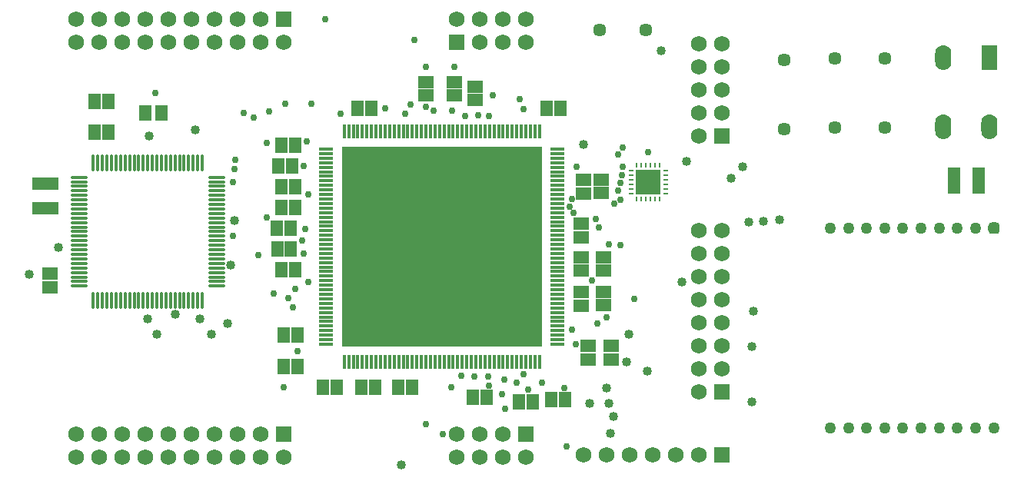
<source format=gbr>
G04 Layer_Color=8388736*
%FSLAX25Y25*%
%MOIN*%
%TF.FileFunction,Soldermask,Top*%
%TF.Part,Single*%
G01*
G75*
%TA.AperFunction,SMDPad,CuDef*%
%ADD12R,0.11024X0.11024*%
%ADD13R,0.02362X0.00984*%
%ADD14R,0.00984X0.02362*%
%TA.AperFunction,ViaPad*%
%ADD32C,0.03000*%
%TA.AperFunction,SMDPad,CuDef*%
%ADD41R,0.05331X0.06512*%
%ADD42R,0.06512X0.05331*%
%ADD43R,0.05724X0.06512*%
%ADD44R,0.05331X0.11236*%
%ADD45R,0.11236X0.05331*%
%ADD46O,0.06109X0.01581*%
%ADD47O,0.01581X0.06109*%
%ADD48R,0.87014X0.87014*%
%ADD49O,0.01581X0.07290*%
%ADD50O,0.07290X0.01581*%
%TA.AperFunction,ComponentPad*%
%ADD51C,0.06906*%
%ADD52R,0.06906X0.06906*%
%ADD53C,0.05724*%
G04:AMPARAMS|DCode=54|XSize=50mil|YSize=50mil|CornerRadius=15mil|HoleSize=0mil|Usage=FLASHONLY|Rotation=270.000|XOffset=0mil|YOffset=0mil|HoleType=Round|Shape=RoundedRectangle|*
%AMROUNDEDRECTD54*
21,1,0.05000,0.02000,0,0,270.0*
21,1,0.02000,0.05000,0,0,270.0*
1,1,0.03000,-0.01000,-0.01000*
1,1,0.03000,-0.01000,0.01000*
1,1,0.03000,0.01000,0.01000*
1,1,0.03000,0.01000,-0.01000*
%
%ADD54ROUNDEDRECTD54*%
%ADD55C,0.05000*%
%ADD56R,0.06906X0.06906*%
%ADD57O,0.07000X0.11000*%
%ADD58R,0.07000X0.11000*%
%TA.AperFunction,ViaPad*%
%ADD59C,0.04000*%
D12*
X274500Y135000D02*
D03*
D13*
X267000Y130000D02*
D03*
X267020Y132047D02*
D03*
Y134016D02*
D03*
Y135984D02*
D03*
Y137953D02*
D03*
Y139921D02*
D03*
X281980D02*
D03*
Y137953D02*
D03*
Y135984D02*
D03*
Y134016D02*
D03*
Y132047D02*
D03*
Y130079D02*
D03*
D14*
X269579Y142480D02*
D03*
X271547D02*
D03*
X273516D02*
D03*
X275484D02*
D03*
X277453D02*
D03*
X279421D02*
D03*
Y127520D02*
D03*
X277453D02*
D03*
X275484D02*
D03*
X273516D02*
D03*
X271547D02*
D03*
X269579D02*
D03*
D32*
X60866Y173500D02*
D03*
X253000Y115328D02*
D03*
X251652Y119000D02*
D03*
X262500Y107500D02*
D03*
X228500Y47953D02*
D03*
X217500Y48000D02*
D03*
X212189Y49250D02*
D03*
X222500Y45000D02*
D03*
X211000Y43000D02*
D03*
X205500Y46500D02*
D03*
X238000Y45500D02*
D03*
X212500Y36500D02*
D03*
X238999Y20466D02*
D03*
X199000Y50500D02*
D03*
X274500Y148000D02*
D03*
X99000Y165000D02*
D03*
X103500Y163000D02*
D03*
X110000Y165516D02*
D03*
X117132Y169132D02*
D03*
X173000Y196500D02*
D03*
X128500Y169000D02*
D03*
X263000Y138000D02*
D03*
X263500Y141500D02*
D03*
X261500Y131217D02*
D03*
X262500Y127279D02*
D03*
X205500Y163500D02*
D03*
X95500Y144500D02*
D03*
X116500Y46000D02*
D03*
X218649Y170982D02*
D03*
X220272Y166500D02*
D03*
X257500Y108000D02*
D03*
X205000Y50500D02*
D03*
X268547Y84163D02*
D03*
X178000Y30000D02*
D03*
X125750Y114750D02*
D03*
X240500Y124250D02*
D03*
X160500Y167000D02*
D03*
X207000Y172500D02*
D03*
X241500Y71000D02*
D03*
X185500Y25500D02*
D03*
X220499Y51500D02*
D03*
X134500Y205500D02*
D03*
X105453Y103453D02*
D03*
X94500Y111500D02*
D03*
X109000Y119703D02*
D03*
X95000Y140500D02*
D03*
X94500Y135000D02*
D03*
X109000Y152000D02*
D03*
X122453Y61500D02*
D03*
X112000Y86500D02*
D03*
X127000Y91750D02*
D03*
X121500Y88500D02*
D03*
X118500Y84500D02*
D03*
X120513Y80500D02*
D03*
X141000Y164563D02*
D03*
X125000Y142000D02*
D03*
X126500Y152500D02*
D03*
X127250Y129638D02*
D03*
X124500Y109563D02*
D03*
X125000Y104000D02*
D03*
X169000Y164500D02*
D03*
X171500Y168500D02*
D03*
X178050Y185000D02*
D03*
X190500D02*
D03*
X178050Y167500D02*
D03*
X181500Y166000D02*
D03*
X195000Y163500D02*
D03*
X189500Y166079D02*
D03*
X200902Y164138D02*
D03*
X189000Y46000D02*
D03*
X193500Y50996D02*
D03*
X243000Y64705D02*
D03*
X252500Y73500D02*
D03*
X256410Y76488D02*
D03*
X250000Y92250D02*
D03*
X263500Y150000D02*
D03*
X261280Y147000D02*
D03*
X262500Y134500D02*
D03*
X259658Y125500D02*
D03*
X242000Y121500D02*
D03*
X243500Y141500D02*
D03*
X241500Y127669D02*
D03*
D41*
X204453Y41500D02*
D03*
X198547D02*
D03*
X224453Y39783D02*
D03*
X218547D02*
D03*
X113547Y115000D02*
D03*
X119453D02*
D03*
X166047Y46000D02*
D03*
X171953D02*
D03*
X150047D02*
D03*
X155953D02*
D03*
X133547D02*
D03*
X139453D02*
D03*
X116547Y68500D02*
D03*
X122453D02*
D03*
X116547Y55000D02*
D03*
X122453D02*
D03*
X148547Y167000D02*
D03*
X154453D02*
D03*
X121453Y151000D02*
D03*
X115547D02*
D03*
X40453Y170000D02*
D03*
X34547D02*
D03*
X34547Y156500D02*
D03*
X40453D02*
D03*
X236453Y167000D02*
D03*
X230547D02*
D03*
X114179Y142000D02*
D03*
X120085D02*
D03*
X115547Y133000D02*
D03*
X121453D02*
D03*
X115547Y124000D02*
D03*
X121453D02*
D03*
X113594Y106000D02*
D03*
X119500D02*
D03*
X115547Y97000D02*
D03*
X121453D02*
D03*
X238453Y40500D02*
D03*
X232547D02*
D03*
D42*
X258500Y58047D02*
D03*
Y63953D02*
D03*
X248500Y58047D02*
D03*
Y63953D02*
D03*
X255205Y81547D02*
D03*
Y87453D02*
D03*
X245500Y81410D02*
D03*
Y87315D02*
D03*
X255000Y96547D02*
D03*
Y102453D02*
D03*
X245500Y111047D02*
D03*
Y116953D02*
D03*
X254000Y130232D02*
D03*
Y136138D02*
D03*
X246500Y130047D02*
D03*
Y135953D02*
D03*
X190500Y178453D02*
D03*
Y172547D02*
D03*
X178000Y178453D02*
D03*
Y172547D02*
D03*
X15000Y89284D02*
D03*
Y95189D02*
D03*
X199500Y176453D02*
D03*
Y170547D02*
D03*
X245500Y96547D02*
D03*
Y102453D02*
D03*
D43*
X56457Y165000D02*
D03*
X63543D02*
D03*
D44*
X407185Y135543D02*
D03*
X417815D02*
D03*
D45*
X13000Y134315D02*
D03*
Y123685D02*
D03*
D46*
X235098Y149323D02*
D03*
Y147354D02*
D03*
Y145386D02*
D03*
Y143417D02*
D03*
Y141449D02*
D03*
Y139480D02*
D03*
Y137512D02*
D03*
Y135543D02*
D03*
Y133575D02*
D03*
Y131606D02*
D03*
Y129638D02*
D03*
Y127669D02*
D03*
Y125701D02*
D03*
Y123732D02*
D03*
Y121764D02*
D03*
Y119795D02*
D03*
Y117827D02*
D03*
Y115858D02*
D03*
Y113890D02*
D03*
Y111921D02*
D03*
Y109953D02*
D03*
Y107984D02*
D03*
Y106016D02*
D03*
Y104047D02*
D03*
Y102079D02*
D03*
Y100110D02*
D03*
Y98142D02*
D03*
Y96173D02*
D03*
Y94205D02*
D03*
Y92236D02*
D03*
Y90268D02*
D03*
Y88299D02*
D03*
Y86331D02*
D03*
Y84362D02*
D03*
Y82394D02*
D03*
Y80425D02*
D03*
Y78457D02*
D03*
Y76488D02*
D03*
Y74520D02*
D03*
Y72551D02*
D03*
Y70583D02*
D03*
Y68614D02*
D03*
Y66646D02*
D03*
Y64677D02*
D03*
X134902D02*
D03*
Y66646D02*
D03*
Y68614D02*
D03*
Y70583D02*
D03*
Y72551D02*
D03*
Y74520D02*
D03*
Y76488D02*
D03*
Y78457D02*
D03*
Y80425D02*
D03*
Y82394D02*
D03*
Y84362D02*
D03*
Y86331D02*
D03*
Y88299D02*
D03*
Y90268D02*
D03*
Y92236D02*
D03*
Y94205D02*
D03*
Y96173D02*
D03*
Y98142D02*
D03*
Y100110D02*
D03*
Y102079D02*
D03*
Y104047D02*
D03*
Y106016D02*
D03*
Y107984D02*
D03*
Y109953D02*
D03*
Y111921D02*
D03*
Y113890D02*
D03*
Y115858D02*
D03*
Y117827D02*
D03*
Y119795D02*
D03*
Y121764D02*
D03*
Y123732D02*
D03*
Y125701D02*
D03*
Y127669D02*
D03*
Y129638D02*
D03*
Y131606D02*
D03*
Y133575D02*
D03*
Y135543D02*
D03*
Y137512D02*
D03*
Y139480D02*
D03*
Y141449D02*
D03*
Y143417D02*
D03*
Y145386D02*
D03*
Y147354D02*
D03*
Y149323D02*
D03*
D47*
X227323Y56902D02*
D03*
X225354D02*
D03*
X223386D02*
D03*
X221417D02*
D03*
X219449D02*
D03*
X217480D02*
D03*
X215512D02*
D03*
X213543D02*
D03*
X211575D02*
D03*
X209606D02*
D03*
X207638D02*
D03*
X205669D02*
D03*
X203701D02*
D03*
X201732D02*
D03*
X199764D02*
D03*
X197795D02*
D03*
X195827D02*
D03*
X193858D02*
D03*
X191890D02*
D03*
X189921D02*
D03*
X187953D02*
D03*
X185984D02*
D03*
X184016D02*
D03*
X182047D02*
D03*
X180079D02*
D03*
X178110D02*
D03*
X176142D02*
D03*
X174173D02*
D03*
X172205D02*
D03*
X170236D02*
D03*
X168268D02*
D03*
X166299D02*
D03*
X164331D02*
D03*
X162362D02*
D03*
X160394D02*
D03*
X158425D02*
D03*
X156457D02*
D03*
X154488D02*
D03*
X152520D02*
D03*
X150551D02*
D03*
X148583D02*
D03*
X146614D02*
D03*
X144646D02*
D03*
X142677D02*
D03*
Y157098D02*
D03*
X144646D02*
D03*
X146614D02*
D03*
X148583D02*
D03*
X150551D02*
D03*
X152520D02*
D03*
X154488D02*
D03*
X156457D02*
D03*
X158425D02*
D03*
X160394D02*
D03*
X162362D02*
D03*
X164331D02*
D03*
X166299D02*
D03*
X168268D02*
D03*
X170236D02*
D03*
X172205D02*
D03*
X174173D02*
D03*
X176142D02*
D03*
X178110D02*
D03*
X180079D02*
D03*
X182047D02*
D03*
X184016D02*
D03*
X185984D02*
D03*
X187953D02*
D03*
X189921D02*
D03*
X191890D02*
D03*
X193858D02*
D03*
X195827D02*
D03*
X197795D02*
D03*
X199764D02*
D03*
X201732D02*
D03*
X203701D02*
D03*
X205669D02*
D03*
X207638D02*
D03*
X209606D02*
D03*
X211575D02*
D03*
X213543D02*
D03*
X215512D02*
D03*
X217480D02*
D03*
X219449D02*
D03*
X221417D02*
D03*
X223386D02*
D03*
X225354D02*
D03*
X227323D02*
D03*
D48*
X185000Y107000D02*
D03*
D49*
X81122Y143323D02*
D03*
X79154D02*
D03*
X77185D02*
D03*
X75217D02*
D03*
X73248D02*
D03*
X71280D02*
D03*
X69311D02*
D03*
X67343D02*
D03*
X65374D02*
D03*
X63406D02*
D03*
X61437D02*
D03*
X59469D02*
D03*
X57500D02*
D03*
X55532D02*
D03*
X53563D02*
D03*
X51595D02*
D03*
X49626D02*
D03*
X47657D02*
D03*
X45689D02*
D03*
X43720D02*
D03*
X41752D02*
D03*
X39783D02*
D03*
X37815D02*
D03*
X35846D02*
D03*
X33878D02*
D03*
Y83677D02*
D03*
X35846D02*
D03*
X37815D02*
D03*
X39783D02*
D03*
X41752D02*
D03*
X43720D02*
D03*
X45689D02*
D03*
X47657D02*
D03*
X49626D02*
D03*
X51595D02*
D03*
X53563D02*
D03*
X55532D02*
D03*
X57500D02*
D03*
X59469D02*
D03*
X61437D02*
D03*
X63406D02*
D03*
X65374D02*
D03*
X67343D02*
D03*
X69311D02*
D03*
X71280D02*
D03*
X73248D02*
D03*
X75217D02*
D03*
X77185D02*
D03*
X79154D02*
D03*
X81122D02*
D03*
D50*
X27677Y137122D02*
D03*
Y135153D02*
D03*
Y133185D02*
D03*
Y131217D02*
D03*
Y129248D02*
D03*
Y127279D02*
D03*
Y125311D02*
D03*
Y123343D02*
D03*
Y121374D02*
D03*
Y119405D02*
D03*
Y117437D02*
D03*
Y115469D02*
D03*
Y113500D02*
D03*
Y111531D02*
D03*
Y109563D02*
D03*
Y107595D02*
D03*
Y105626D02*
D03*
Y103657D02*
D03*
Y101689D02*
D03*
Y99721D02*
D03*
Y97752D02*
D03*
Y95784D02*
D03*
Y93815D02*
D03*
Y91847D02*
D03*
Y89878D02*
D03*
X87323D02*
D03*
Y91847D02*
D03*
Y93815D02*
D03*
Y95784D02*
D03*
Y97752D02*
D03*
Y99721D02*
D03*
Y101689D02*
D03*
Y103657D02*
D03*
Y105626D02*
D03*
Y107595D02*
D03*
Y109563D02*
D03*
Y111531D02*
D03*
Y113500D02*
D03*
Y115469D02*
D03*
Y117437D02*
D03*
Y119405D02*
D03*
Y121374D02*
D03*
Y123343D02*
D03*
Y125311D02*
D03*
Y127279D02*
D03*
Y129248D02*
D03*
Y131217D02*
D03*
Y133185D02*
D03*
Y135153D02*
D03*
Y137122D02*
D03*
D51*
X246500Y16500D02*
D03*
X256500D02*
D03*
X266500D02*
D03*
X276500D02*
D03*
X296500D02*
D03*
X286500D02*
D03*
X26500Y195500D02*
D03*
X36500D02*
D03*
X46500D02*
D03*
X56500D02*
D03*
X66500D02*
D03*
X76500D02*
D03*
X86500D02*
D03*
X96500D02*
D03*
X106500D02*
D03*
X116500D02*
D03*
X26500Y205500D02*
D03*
X36500D02*
D03*
X46500D02*
D03*
X56500D02*
D03*
X66500D02*
D03*
X76500D02*
D03*
X86500D02*
D03*
X96500D02*
D03*
X106500D02*
D03*
X26500Y15500D02*
D03*
X36500D02*
D03*
X46500D02*
D03*
X56500D02*
D03*
X66500D02*
D03*
X76500D02*
D03*
X86500D02*
D03*
X96500D02*
D03*
X106500D02*
D03*
X116500D02*
D03*
X26500Y25500D02*
D03*
X36500D02*
D03*
X46500D02*
D03*
X56500D02*
D03*
X66500D02*
D03*
X76500D02*
D03*
X86500D02*
D03*
X96500D02*
D03*
X106500D02*
D03*
X306500Y54000D02*
D03*
Y64000D02*
D03*
Y74000D02*
D03*
Y84000D02*
D03*
Y94000D02*
D03*
Y104000D02*
D03*
Y114000D02*
D03*
X296500Y44000D02*
D03*
Y54000D02*
D03*
Y64000D02*
D03*
Y74000D02*
D03*
Y84000D02*
D03*
Y94000D02*
D03*
Y104000D02*
D03*
Y114000D02*
D03*
X306500Y165000D02*
D03*
Y175000D02*
D03*
Y185000D02*
D03*
Y195000D02*
D03*
X296500Y155000D02*
D03*
Y165000D02*
D03*
Y175000D02*
D03*
Y185000D02*
D03*
Y195000D02*
D03*
X221500Y15500D02*
D03*
X211500Y25500D02*
D03*
Y15500D02*
D03*
X201500Y25500D02*
D03*
Y15500D02*
D03*
X191500Y25500D02*
D03*
Y15500D02*
D03*
Y205500D02*
D03*
X201500Y195500D02*
D03*
Y205500D02*
D03*
X211500Y195500D02*
D03*
Y205500D02*
D03*
X221500Y195500D02*
D03*
Y205500D02*
D03*
D52*
X306500Y16500D02*
D03*
X116500Y205500D02*
D03*
Y25500D02*
D03*
X221500D02*
D03*
X191500Y195500D02*
D03*
D53*
X273500Y201000D02*
D03*
X253500D02*
D03*
X377047Y158500D02*
D03*
Y188500D02*
D03*
X355500Y158500D02*
D03*
Y188500D02*
D03*
X333500Y188000D02*
D03*
Y158000D02*
D03*
D54*
X424291Y115000D02*
D03*
D55*
X416417D02*
D03*
X408543D02*
D03*
X400669D02*
D03*
X392795D02*
D03*
X384921D02*
D03*
X377047D02*
D03*
X369173D02*
D03*
X361299D02*
D03*
X353425D02*
D03*
Y28386D02*
D03*
X361299D02*
D03*
X369173D02*
D03*
X377047D02*
D03*
X384921D02*
D03*
X392795D02*
D03*
X400669D02*
D03*
X408543D02*
D03*
X416417D02*
D03*
X424291D02*
D03*
D56*
X306500Y44000D02*
D03*
Y155000D02*
D03*
D57*
X402500Y189000D02*
D03*
Y159000D02*
D03*
X422500D02*
D03*
D58*
Y189000D02*
D03*
D59*
X319500Y63729D02*
D03*
X318250Y117750D02*
D03*
X324500Y118000D02*
D03*
X331299Y118500D02*
D03*
X280000Y192000D02*
D03*
X246500Y151453D02*
D03*
X319500Y39500D02*
D03*
X93500Y99009D02*
D03*
X69311Y77641D02*
D03*
X94923Y118421D02*
D03*
X18668Y106610D02*
D03*
X78000Y157500D02*
D03*
X85000Y69000D02*
D03*
X6000Y95000D02*
D03*
X61437Y69000D02*
D03*
X57500Y75563D02*
D03*
X92000Y73500D02*
D03*
X80000Y75563D02*
D03*
X58000Y155000D02*
D03*
X320000Y79000D02*
D03*
X258000Y26000D02*
D03*
X259500Y33203D02*
D03*
X273953Y53000D02*
D03*
X257547Y39094D02*
D03*
X249000Y39000D02*
D03*
X256500Y45658D02*
D03*
X266000Y69000D02*
D03*
X167500Y12297D02*
D03*
X289000Y91500D02*
D03*
X265000Y57000D02*
D03*
X291000Y144000D02*
D03*
X310500Y136500D02*
D03*
X315500Y141500D02*
D03*
%TF.MD5,42FDB6B5EFEE99B73CC01D0A078CB51E*%
M02*

</source>
